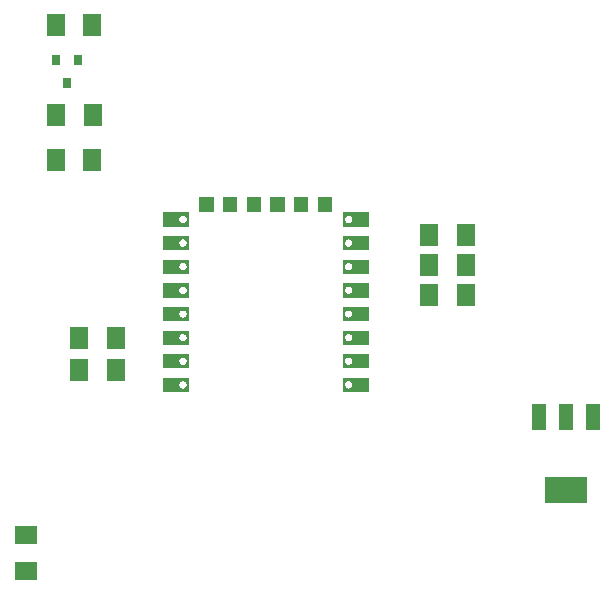
<source format=gbp>
G04 MADE WITH FRITZING*
G04 WWW.FRITZING.ORG*
G04 DOUBLE SIDED*
G04 HOLES PLATED*
G04 CONTOUR ON CENTER OF CONTOUR VECTOR*
%ASAXBY*%
%FSLAX23Y23*%
%MOIN*%
%OFA0B0*%
%SFA1.0B1.0*%
%ADD10R,0.062992X0.074803*%
%ADD11R,0.031496X0.035433*%
%ADD12R,0.074803X0.062992*%
%ADD13R,0.048000X0.088000*%
%ADD14R,0.141732X0.086614*%
%ADD15R,0.001000X0.001000*%
%LNPASTEMASK0*%
G90*
G70*
G54D10*
X556Y1733D03*
X434Y1733D03*
X554Y2033D03*
X432Y2033D03*
G54D11*
X432Y1916D03*
X507Y1916D03*
X470Y1838D03*
G54D10*
X1799Y1133D03*
X1677Y1133D03*
X510Y883D03*
X632Y883D03*
X1677Y1233D03*
X1799Y1233D03*
X1799Y1333D03*
X1677Y1333D03*
G54D12*
X332Y333D03*
X332Y211D03*
G54D10*
X554Y1583D03*
X432Y1583D03*
X510Y988D03*
X632Y988D03*
G54D13*
X2041Y727D03*
X2132Y727D03*
X2223Y727D03*
G54D14*
X2132Y483D03*
G54D15*
X912Y1459D02*
X957Y1459D01*
X990Y1459D02*
X1036Y1459D01*
X1069Y1459D02*
X1115Y1459D01*
X1148Y1459D02*
X1193Y1459D01*
X1226Y1459D02*
X1272Y1459D01*
X1305Y1459D02*
X1351Y1459D01*
X911Y1458D02*
X957Y1458D01*
X990Y1458D02*
X1036Y1458D01*
X1069Y1458D02*
X1115Y1458D01*
X1147Y1458D02*
X1194Y1458D01*
X1226Y1458D02*
X1272Y1458D01*
X1305Y1458D02*
X1351Y1458D01*
X911Y1457D02*
X957Y1457D01*
X990Y1457D02*
X1036Y1457D01*
X1069Y1457D02*
X1115Y1457D01*
X1147Y1457D02*
X1194Y1457D01*
X1226Y1457D02*
X1272Y1457D01*
X1305Y1457D02*
X1351Y1457D01*
X911Y1456D02*
X957Y1456D01*
X990Y1456D02*
X1036Y1456D01*
X1069Y1456D02*
X1115Y1456D01*
X1147Y1456D02*
X1194Y1456D01*
X1226Y1456D02*
X1272Y1456D01*
X1305Y1456D02*
X1351Y1456D01*
X911Y1455D02*
X957Y1455D01*
X990Y1455D02*
X1036Y1455D01*
X1069Y1455D02*
X1115Y1455D01*
X1147Y1455D02*
X1194Y1455D01*
X1226Y1455D02*
X1272Y1455D01*
X1305Y1455D02*
X1351Y1455D01*
X911Y1454D02*
X957Y1454D01*
X990Y1454D02*
X1036Y1454D01*
X1069Y1454D02*
X1115Y1454D01*
X1147Y1454D02*
X1194Y1454D01*
X1226Y1454D02*
X1272Y1454D01*
X1305Y1454D02*
X1351Y1454D01*
X911Y1453D02*
X957Y1453D01*
X990Y1453D02*
X1036Y1453D01*
X1069Y1453D02*
X1115Y1453D01*
X1147Y1453D02*
X1194Y1453D01*
X1226Y1453D02*
X1272Y1453D01*
X1305Y1453D02*
X1351Y1453D01*
X911Y1452D02*
X957Y1452D01*
X990Y1452D02*
X1036Y1452D01*
X1069Y1452D02*
X1115Y1452D01*
X1147Y1452D02*
X1194Y1452D01*
X1226Y1452D02*
X1272Y1452D01*
X1305Y1452D02*
X1351Y1452D01*
X911Y1451D02*
X957Y1451D01*
X990Y1451D02*
X1036Y1451D01*
X1069Y1451D02*
X1115Y1451D01*
X1147Y1451D02*
X1194Y1451D01*
X1226Y1451D02*
X1272Y1451D01*
X1305Y1451D02*
X1351Y1451D01*
X911Y1450D02*
X957Y1450D01*
X990Y1450D02*
X1036Y1450D01*
X1069Y1450D02*
X1115Y1450D01*
X1147Y1450D02*
X1194Y1450D01*
X1226Y1450D02*
X1272Y1450D01*
X1305Y1450D02*
X1351Y1450D01*
X911Y1449D02*
X957Y1449D01*
X990Y1449D02*
X1036Y1449D01*
X1069Y1449D02*
X1115Y1449D01*
X1147Y1449D02*
X1194Y1449D01*
X1226Y1449D02*
X1272Y1449D01*
X1305Y1449D02*
X1351Y1449D01*
X911Y1448D02*
X957Y1448D01*
X990Y1448D02*
X1036Y1448D01*
X1069Y1448D02*
X1115Y1448D01*
X1147Y1448D02*
X1194Y1448D01*
X1226Y1448D02*
X1272Y1448D01*
X1305Y1448D02*
X1351Y1448D01*
X911Y1447D02*
X957Y1447D01*
X990Y1447D02*
X1036Y1447D01*
X1069Y1447D02*
X1115Y1447D01*
X1147Y1447D02*
X1194Y1447D01*
X1226Y1447D02*
X1272Y1447D01*
X1305Y1447D02*
X1351Y1447D01*
X911Y1446D02*
X957Y1446D01*
X990Y1446D02*
X1036Y1446D01*
X1069Y1446D02*
X1115Y1446D01*
X1147Y1446D02*
X1194Y1446D01*
X1226Y1446D02*
X1272Y1446D01*
X1305Y1446D02*
X1351Y1446D01*
X911Y1445D02*
X957Y1445D01*
X990Y1445D02*
X1036Y1445D01*
X1069Y1445D02*
X1115Y1445D01*
X1147Y1445D02*
X1194Y1445D01*
X1226Y1445D02*
X1272Y1445D01*
X1305Y1445D02*
X1351Y1445D01*
X911Y1444D02*
X957Y1444D01*
X990Y1444D02*
X1036Y1444D01*
X1069Y1444D02*
X1115Y1444D01*
X1147Y1444D02*
X1194Y1444D01*
X1226Y1444D02*
X1272Y1444D01*
X1305Y1444D02*
X1351Y1444D01*
X911Y1443D02*
X957Y1443D01*
X990Y1443D02*
X1036Y1443D01*
X1069Y1443D02*
X1115Y1443D01*
X1147Y1443D02*
X1194Y1443D01*
X1226Y1443D02*
X1272Y1443D01*
X1305Y1443D02*
X1351Y1443D01*
X911Y1442D02*
X957Y1442D01*
X990Y1442D02*
X1036Y1442D01*
X1069Y1442D02*
X1115Y1442D01*
X1147Y1442D02*
X1194Y1442D01*
X1226Y1442D02*
X1272Y1442D01*
X1305Y1442D02*
X1351Y1442D01*
X911Y1441D02*
X957Y1441D01*
X990Y1441D02*
X1036Y1441D01*
X1069Y1441D02*
X1115Y1441D01*
X1147Y1441D02*
X1194Y1441D01*
X1226Y1441D02*
X1272Y1441D01*
X1305Y1441D02*
X1351Y1441D01*
X911Y1440D02*
X957Y1440D01*
X990Y1440D02*
X1036Y1440D01*
X1069Y1440D02*
X1115Y1440D01*
X1147Y1440D02*
X1194Y1440D01*
X1226Y1440D02*
X1272Y1440D01*
X1305Y1440D02*
X1351Y1440D01*
X911Y1439D02*
X957Y1439D01*
X990Y1439D02*
X1036Y1439D01*
X1069Y1439D02*
X1115Y1439D01*
X1147Y1439D02*
X1194Y1439D01*
X1226Y1439D02*
X1272Y1439D01*
X1305Y1439D02*
X1351Y1439D01*
X911Y1438D02*
X957Y1438D01*
X990Y1438D02*
X1036Y1438D01*
X1069Y1438D02*
X1115Y1438D01*
X1147Y1438D02*
X1194Y1438D01*
X1226Y1438D02*
X1272Y1438D01*
X1305Y1438D02*
X1351Y1438D01*
X911Y1437D02*
X957Y1437D01*
X990Y1437D02*
X1036Y1437D01*
X1069Y1437D02*
X1115Y1437D01*
X1147Y1437D02*
X1194Y1437D01*
X1226Y1437D02*
X1272Y1437D01*
X1305Y1437D02*
X1351Y1437D01*
X911Y1436D02*
X957Y1436D01*
X990Y1436D02*
X1036Y1436D01*
X1069Y1436D02*
X1115Y1436D01*
X1147Y1436D02*
X1194Y1436D01*
X1226Y1436D02*
X1272Y1436D01*
X1305Y1436D02*
X1351Y1436D01*
X911Y1435D02*
X957Y1435D01*
X990Y1435D02*
X1036Y1435D01*
X1069Y1435D02*
X1115Y1435D01*
X1147Y1435D02*
X1194Y1435D01*
X1226Y1435D02*
X1272Y1435D01*
X1305Y1435D02*
X1351Y1435D01*
X911Y1434D02*
X957Y1434D01*
X990Y1434D02*
X1036Y1434D01*
X1069Y1434D02*
X1115Y1434D01*
X1147Y1434D02*
X1194Y1434D01*
X1226Y1434D02*
X1272Y1434D01*
X1305Y1434D02*
X1351Y1434D01*
X911Y1433D02*
X957Y1433D01*
X990Y1433D02*
X1036Y1433D01*
X1069Y1433D02*
X1115Y1433D01*
X1147Y1433D02*
X1194Y1433D01*
X1226Y1433D02*
X1272Y1433D01*
X1305Y1433D02*
X1351Y1433D01*
X911Y1432D02*
X957Y1432D01*
X990Y1432D02*
X1036Y1432D01*
X1069Y1432D02*
X1115Y1432D01*
X1147Y1432D02*
X1194Y1432D01*
X1226Y1432D02*
X1272Y1432D01*
X1305Y1432D02*
X1351Y1432D01*
X911Y1431D02*
X957Y1431D01*
X990Y1431D02*
X1036Y1431D01*
X1069Y1431D02*
X1115Y1431D01*
X1147Y1431D02*
X1194Y1431D01*
X1226Y1431D02*
X1272Y1431D01*
X1305Y1431D02*
X1351Y1431D01*
X911Y1430D02*
X957Y1430D01*
X990Y1430D02*
X1036Y1430D01*
X1069Y1430D02*
X1115Y1430D01*
X1147Y1430D02*
X1194Y1430D01*
X1226Y1430D02*
X1272Y1430D01*
X1305Y1430D02*
X1351Y1430D01*
X911Y1429D02*
X957Y1429D01*
X990Y1429D02*
X1036Y1429D01*
X1069Y1429D02*
X1115Y1429D01*
X1147Y1429D02*
X1194Y1429D01*
X1226Y1429D02*
X1272Y1429D01*
X1305Y1429D02*
X1351Y1429D01*
X911Y1428D02*
X957Y1428D01*
X990Y1428D02*
X1036Y1428D01*
X1069Y1428D02*
X1115Y1428D01*
X1147Y1428D02*
X1194Y1428D01*
X1226Y1428D02*
X1272Y1428D01*
X1305Y1428D02*
X1351Y1428D01*
X911Y1427D02*
X957Y1427D01*
X990Y1427D02*
X1036Y1427D01*
X1069Y1427D02*
X1115Y1427D01*
X1147Y1427D02*
X1194Y1427D01*
X1226Y1427D02*
X1272Y1427D01*
X1305Y1427D02*
X1351Y1427D01*
X911Y1426D02*
X957Y1426D01*
X990Y1426D02*
X1036Y1426D01*
X1069Y1426D02*
X1115Y1426D01*
X1147Y1426D02*
X1194Y1426D01*
X1226Y1426D02*
X1272Y1426D01*
X1305Y1426D02*
X1351Y1426D01*
X911Y1425D02*
X957Y1425D01*
X990Y1425D02*
X1036Y1425D01*
X1069Y1425D02*
X1115Y1425D01*
X1147Y1425D02*
X1194Y1425D01*
X1226Y1425D02*
X1272Y1425D01*
X1305Y1425D02*
X1351Y1425D01*
X911Y1424D02*
X957Y1424D01*
X990Y1424D02*
X1036Y1424D01*
X1069Y1424D02*
X1115Y1424D01*
X1147Y1424D02*
X1194Y1424D01*
X1226Y1424D02*
X1272Y1424D01*
X1305Y1424D02*
X1351Y1424D01*
X911Y1423D02*
X957Y1423D01*
X990Y1423D02*
X1036Y1423D01*
X1069Y1423D02*
X1115Y1423D01*
X1147Y1423D02*
X1194Y1423D01*
X1226Y1423D02*
X1272Y1423D01*
X1305Y1423D02*
X1351Y1423D01*
X911Y1422D02*
X957Y1422D01*
X990Y1422D02*
X1036Y1422D01*
X1069Y1422D02*
X1115Y1422D01*
X1147Y1422D02*
X1194Y1422D01*
X1226Y1422D02*
X1272Y1422D01*
X1305Y1422D02*
X1351Y1422D01*
X911Y1421D02*
X957Y1421D01*
X990Y1421D02*
X1036Y1421D01*
X1069Y1421D02*
X1115Y1421D01*
X1147Y1421D02*
X1194Y1421D01*
X1226Y1421D02*
X1272Y1421D01*
X1305Y1421D02*
X1351Y1421D01*
X911Y1420D02*
X957Y1420D01*
X990Y1420D02*
X1036Y1420D01*
X1069Y1420D02*
X1115Y1420D01*
X1147Y1420D02*
X1194Y1420D01*
X1226Y1420D02*
X1272Y1420D01*
X1305Y1420D02*
X1351Y1420D01*
X911Y1419D02*
X957Y1419D01*
X990Y1419D02*
X1036Y1419D01*
X1069Y1419D02*
X1115Y1419D01*
X1147Y1419D02*
X1194Y1419D01*
X1226Y1419D02*
X1272Y1419D01*
X1305Y1419D02*
X1351Y1419D01*
X911Y1418D02*
X957Y1418D01*
X990Y1418D02*
X1036Y1418D01*
X1069Y1418D02*
X1115Y1418D01*
X1147Y1418D02*
X1194Y1418D01*
X1226Y1418D02*
X1272Y1418D01*
X1305Y1418D02*
X1351Y1418D01*
X911Y1417D02*
X957Y1417D01*
X990Y1417D02*
X1036Y1417D01*
X1069Y1417D02*
X1115Y1417D01*
X1147Y1417D02*
X1194Y1417D01*
X1226Y1417D02*
X1272Y1417D01*
X1305Y1417D02*
X1351Y1417D01*
X911Y1416D02*
X957Y1416D01*
X990Y1416D02*
X1036Y1416D01*
X1069Y1416D02*
X1115Y1416D01*
X1147Y1416D02*
X1194Y1416D01*
X1226Y1416D02*
X1272Y1416D01*
X1305Y1416D02*
X1351Y1416D01*
X911Y1415D02*
X957Y1415D01*
X990Y1415D02*
X1036Y1415D01*
X1069Y1415D02*
X1115Y1415D01*
X1147Y1415D02*
X1194Y1415D01*
X1226Y1415D02*
X1272Y1415D01*
X1305Y1415D02*
X1351Y1415D01*
X911Y1414D02*
X957Y1414D01*
X990Y1414D02*
X1036Y1414D01*
X1069Y1414D02*
X1115Y1414D01*
X1147Y1414D02*
X1194Y1414D01*
X1226Y1414D02*
X1272Y1414D01*
X1305Y1414D02*
X1351Y1414D01*
X911Y1413D02*
X957Y1413D01*
X990Y1413D02*
X1036Y1413D01*
X1069Y1413D02*
X1115Y1413D01*
X1147Y1413D02*
X1194Y1413D01*
X1226Y1413D02*
X1272Y1413D01*
X1305Y1413D02*
X1351Y1413D01*
X911Y1412D02*
X957Y1412D01*
X990Y1412D02*
X1036Y1412D01*
X1069Y1412D02*
X1115Y1412D01*
X1147Y1412D02*
X1194Y1412D01*
X1226Y1412D02*
X1272Y1412D01*
X1305Y1412D02*
X1351Y1412D01*
X911Y1411D02*
X957Y1411D01*
X990Y1411D02*
X1036Y1411D01*
X1069Y1411D02*
X1115Y1411D01*
X1147Y1411D02*
X1194Y1411D01*
X1226Y1411D02*
X1272Y1411D01*
X1305Y1411D02*
X1351Y1411D01*
X911Y1410D02*
X957Y1410D01*
X990Y1410D02*
X1036Y1410D01*
X1069Y1410D02*
X1115Y1410D01*
X1147Y1410D02*
X1194Y1410D01*
X1226Y1410D02*
X1272Y1410D01*
X1305Y1410D02*
X1351Y1410D01*
X911Y1409D02*
X957Y1409D01*
X990Y1409D02*
X1036Y1409D01*
X1069Y1409D02*
X1115Y1409D01*
X1147Y1409D02*
X1194Y1409D01*
X1226Y1409D02*
X1272Y1409D01*
X1305Y1409D02*
X1351Y1409D01*
X911Y1408D02*
X957Y1408D01*
X990Y1408D02*
X1036Y1408D01*
X1069Y1408D02*
X1115Y1408D01*
X1147Y1408D02*
X1194Y1408D01*
X1226Y1408D02*
X1272Y1408D01*
X1305Y1408D02*
X1351Y1408D01*
X788Y1407D02*
X875Y1407D01*
X1388Y1407D02*
X1475Y1407D01*
X788Y1406D02*
X875Y1406D01*
X1388Y1406D02*
X1475Y1406D01*
X788Y1405D02*
X875Y1405D01*
X1388Y1405D02*
X1475Y1405D01*
X788Y1404D02*
X875Y1404D01*
X1388Y1404D02*
X1475Y1404D01*
X788Y1403D02*
X875Y1403D01*
X1388Y1403D02*
X1475Y1403D01*
X788Y1402D02*
X875Y1402D01*
X1388Y1402D02*
X1475Y1402D01*
X788Y1401D02*
X875Y1401D01*
X1388Y1401D02*
X1475Y1401D01*
X788Y1400D02*
X875Y1400D01*
X1388Y1400D02*
X1475Y1400D01*
X788Y1399D02*
X875Y1399D01*
X1388Y1399D02*
X1475Y1399D01*
X788Y1398D02*
X875Y1398D01*
X1388Y1398D02*
X1475Y1398D01*
X788Y1397D02*
X875Y1397D01*
X1388Y1397D02*
X1475Y1397D01*
X788Y1396D02*
X875Y1396D01*
X1388Y1396D02*
X1475Y1396D01*
X788Y1395D02*
X850Y1395D01*
X861Y1395D02*
X875Y1395D01*
X1388Y1395D02*
X1403Y1395D01*
X1413Y1395D02*
X1475Y1395D01*
X788Y1394D02*
X848Y1394D01*
X862Y1394D02*
X875Y1394D01*
X1388Y1394D02*
X1401Y1394D01*
X1415Y1394D02*
X1475Y1394D01*
X788Y1393D02*
X847Y1393D01*
X864Y1393D02*
X875Y1393D01*
X1388Y1393D02*
X1399Y1393D01*
X1416Y1393D02*
X1475Y1393D01*
X788Y1392D02*
X846Y1392D01*
X865Y1392D02*
X875Y1392D01*
X1388Y1392D02*
X1398Y1392D01*
X1417Y1392D02*
X1475Y1392D01*
X788Y1391D02*
X845Y1391D01*
X866Y1391D02*
X875Y1391D01*
X1388Y1391D02*
X1397Y1391D01*
X1418Y1391D02*
X1475Y1391D01*
X788Y1390D02*
X845Y1390D01*
X866Y1390D02*
X875Y1390D01*
X1388Y1390D02*
X1397Y1390D01*
X1419Y1390D02*
X1475Y1390D01*
X788Y1389D02*
X844Y1389D01*
X867Y1389D02*
X875Y1389D01*
X1388Y1389D02*
X1396Y1389D01*
X1419Y1389D02*
X1475Y1389D01*
X788Y1388D02*
X844Y1388D01*
X867Y1388D02*
X875Y1388D01*
X1388Y1388D02*
X1396Y1388D01*
X1420Y1388D02*
X1475Y1388D01*
X788Y1387D02*
X843Y1387D01*
X868Y1387D02*
X875Y1387D01*
X1388Y1387D02*
X1396Y1387D01*
X1420Y1387D02*
X1475Y1387D01*
X788Y1386D02*
X843Y1386D01*
X868Y1386D02*
X875Y1386D01*
X1388Y1386D02*
X1395Y1386D01*
X1420Y1386D02*
X1475Y1386D01*
X788Y1385D02*
X843Y1385D01*
X868Y1385D02*
X875Y1385D01*
X1388Y1385D02*
X1395Y1385D01*
X1420Y1385D02*
X1475Y1385D01*
X788Y1384D02*
X843Y1384D01*
X868Y1384D02*
X875Y1384D01*
X1388Y1384D02*
X1395Y1384D01*
X1420Y1384D02*
X1475Y1384D01*
X788Y1383D02*
X843Y1383D01*
X868Y1383D02*
X875Y1383D01*
X1388Y1383D02*
X1395Y1383D01*
X1420Y1383D02*
X1475Y1383D01*
X788Y1382D02*
X843Y1382D01*
X868Y1382D02*
X875Y1382D01*
X1388Y1382D02*
X1395Y1382D01*
X1420Y1382D02*
X1475Y1382D01*
X788Y1381D02*
X843Y1381D01*
X868Y1381D02*
X875Y1381D01*
X1388Y1381D02*
X1395Y1381D01*
X1420Y1381D02*
X1475Y1381D01*
X788Y1380D02*
X843Y1380D01*
X867Y1380D02*
X875Y1380D01*
X1388Y1380D02*
X1396Y1380D01*
X1420Y1380D02*
X1475Y1380D01*
X788Y1379D02*
X844Y1379D01*
X867Y1379D02*
X875Y1379D01*
X1388Y1379D02*
X1396Y1379D01*
X1419Y1379D02*
X1475Y1379D01*
X788Y1378D02*
X844Y1378D01*
X867Y1378D02*
X875Y1378D01*
X1388Y1378D02*
X1397Y1378D01*
X1419Y1378D02*
X1475Y1378D01*
X788Y1377D02*
X845Y1377D01*
X866Y1377D02*
X875Y1377D01*
X1388Y1377D02*
X1397Y1377D01*
X1418Y1377D02*
X1475Y1377D01*
X788Y1376D02*
X846Y1376D01*
X865Y1376D02*
X875Y1376D01*
X1388Y1376D02*
X1398Y1376D01*
X1417Y1376D02*
X1475Y1376D01*
X788Y1375D02*
X847Y1375D01*
X864Y1375D02*
X875Y1375D01*
X1388Y1375D02*
X1399Y1375D01*
X1417Y1375D02*
X1475Y1375D01*
X788Y1374D02*
X848Y1374D01*
X863Y1374D02*
X875Y1374D01*
X1388Y1374D02*
X1400Y1374D01*
X1415Y1374D02*
X1475Y1374D01*
X788Y1373D02*
X849Y1373D01*
X861Y1373D02*
X875Y1373D01*
X1388Y1373D02*
X1402Y1373D01*
X1414Y1373D02*
X1475Y1373D01*
X788Y1372D02*
X852Y1372D01*
X859Y1372D02*
X875Y1372D01*
X1388Y1372D02*
X1404Y1372D01*
X1411Y1372D02*
X1475Y1372D01*
X788Y1371D02*
X875Y1371D01*
X1388Y1371D02*
X1475Y1371D01*
X788Y1370D02*
X875Y1370D01*
X1388Y1370D02*
X1475Y1370D01*
X788Y1369D02*
X875Y1369D01*
X1388Y1369D02*
X1475Y1369D01*
X788Y1368D02*
X875Y1368D01*
X1388Y1368D02*
X1475Y1368D01*
X788Y1367D02*
X875Y1367D01*
X1388Y1367D02*
X1475Y1367D01*
X788Y1366D02*
X875Y1366D01*
X1388Y1366D02*
X1475Y1366D01*
X788Y1365D02*
X875Y1365D01*
X1388Y1365D02*
X1475Y1365D01*
X788Y1364D02*
X875Y1364D01*
X1388Y1364D02*
X1475Y1364D01*
X788Y1363D02*
X875Y1363D01*
X1388Y1363D02*
X1475Y1363D01*
X788Y1362D02*
X875Y1362D01*
X1388Y1362D02*
X1475Y1362D01*
X788Y1361D02*
X875Y1361D01*
X1388Y1361D02*
X1475Y1361D01*
X788Y1328D02*
X875Y1328D01*
X1388Y1328D02*
X1475Y1328D01*
X788Y1327D02*
X875Y1327D01*
X1388Y1327D02*
X1475Y1327D01*
X788Y1326D02*
X875Y1326D01*
X1388Y1326D02*
X1475Y1326D01*
X788Y1325D02*
X875Y1325D01*
X1388Y1325D02*
X1475Y1325D01*
X788Y1324D02*
X875Y1324D01*
X1388Y1324D02*
X1475Y1324D01*
X788Y1323D02*
X875Y1323D01*
X1388Y1323D02*
X1475Y1323D01*
X788Y1322D02*
X875Y1322D01*
X1388Y1322D02*
X1475Y1322D01*
X788Y1321D02*
X875Y1321D01*
X1388Y1321D02*
X1475Y1321D01*
X788Y1320D02*
X875Y1320D01*
X1388Y1320D02*
X1475Y1320D01*
X788Y1319D02*
X875Y1319D01*
X1388Y1319D02*
X1475Y1319D01*
X788Y1318D02*
X875Y1318D01*
X1388Y1318D02*
X1475Y1318D01*
X788Y1317D02*
X853Y1317D01*
X858Y1317D02*
X875Y1317D01*
X1388Y1317D02*
X1405Y1317D01*
X1410Y1317D02*
X1475Y1317D01*
X788Y1316D02*
X850Y1316D01*
X861Y1316D02*
X875Y1316D01*
X1388Y1316D02*
X1402Y1316D01*
X1413Y1316D02*
X1475Y1316D01*
X788Y1315D02*
X848Y1315D01*
X863Y1315D02*
X875Y1315D01*
X1388Y1315D02*
X1400Y1315D01*
X1415Y1315D02*
X1475Y1315D01*
X788Y1314D02*
X847Y1314D01*
X864Y1314D02*
X875Y1314D01*
X1388Y1314D02*
X1399Y1314D01*
X1416Y1314D02*
X1475Y1314D01*
X788Y1313D02*
X846Y1313D01*
X865Y1313D02*
X875Y1313D01*
X1388Y1313D02*
X1398Y1313D01*
X1417Y1313D02*
X1475Y1313D01*
X788Y1312D02*
X845Y1312D01*
X866Y1312D02*
X875Y1312D01*
X1388Y1312D02*
X1397Y1312D01*
X1418Y1312D02*
X1475Y1312D01*
X788Y1311D02*
X844Y1311D01*
X866Y1311D02*
X875Y1311D01*
X1388Y1311D02*
X1397Y1311D01*
X1419Y1311D02*
X1475Y1311D01*
X788Y1310D02*
X844Y1310D01*
X867Y1310D02*
X875Y1310D01*
X1388Y1310D02*
X1396Y1310D01*
X1419Y1310D02*
X1475Y1310D01*
X788Y1309D02*
X844Y1309D01*
X867Y1309D02*
X875Y1309D01*
X1388Y1309D02*
X1396Y1309D01*
X1420Y1309D02*
X1475Y1309D01*
X788Y1308D02*
X843Y1308D01*
X868Y1308D02*
X875Y1308D01*
X1388Y1308D02*
X1395Y1308D01*
X1420Y1308D02*
X1475Y1308D01*
X788Y1307D02*
X843Y1307D01*
X868Y1307D02*
X875Y1307D01*
X1388Y1307D02*
X1395Y1307D01*
X1420Y1307D02*
X1475Y1307D01*
X788Y1306D02*
X843Y1306D01*
X868Y1306D02*
X875Y1306D01*
X1388Y1306D02*
X1395Y1306D01*
X1420Y1306D02*
X1475Y1306D01*
X788Y1305D02*
X843Y1305D01*
X868Y1305D02*
X875Y1305D01*
X1388Y1305D02*
X1395Y1305D01*
X1420Y1305D02*
X1475Y1305D01*
X788Y1304D02*
X843Y1304D01*
X868Y1304D02*
X875Y1304D01*
X1388Y1304D02*
X1395Y1304D01*
X1420Y1304D02*
X1475Y1304D01*
X788Y1303D02*
X843Y1303D01*
X868Y1303D02*
X875Y1303D01*
X1388Y1303D02*
X1395Y1303D01*
X1420Y1303D02*
X1475Y1303D01*
X788Y1302D02*
X843Y1302D01*
X868Y1302D02*
X875Y1302D01*
X1388Y1302D02*
X1395Y1302D01*
X1420Y1302D02*
X1475Y1302D01*
X788Y1301D02*
X844Y1301D01*
X867Y1301D02*
X875Y1301D01*
X1388Y1301D02*
X1396Y1301D01*
X1420Y1301D02*
X1475Y1301D01*
X788Y1300D02*
X844Y1300D01*
X867Y1300D02*
X875Y1300D01*
X1388Y1300D02*
X1396Y1300D01*
X1419Y1300D02*
X1475Y1300D01*
X788Y1299D02*
X844Y1299D01*
X866Y1299D02*
X875Y1299D01*
X1388Y1299D02*
X1397Y1299D01*
X1419Y1299D02*
X1475Y1299D01*
X788Y1298D02*
X845Y1298D01*
X866Y1298D02*
X875Y1298D01*
X1388Y1298D02*
X1397Y1298D01*
X1418Y1298D02*
X1475Y1298D01*
X788Y1297D02*
X846Y1297D01*
X865Y1297D02*
X875Y1297D01*
X1388Y1297D02*
X1398Y1297D01*
X1417Y1297D02*
X1475Y1297D01*
X788Y1296D02*
X847Y1296D01*
X864Y1296D02*
X875Y1296D01*
X1388Y1296D02*
X1399Y1296D01*
X1416Y1296D02*
X1475Y1296D01*
X788Y1295D02*
X848Y1295D01*
X863Y1295D02*
X875Y1295D01*
X1388Y1295D02*
X1400Y1295D01*
X1415Y1295D02*
X1475Y1295D01*
X788Y1294D02*
X850Y1294D01*
X861Y1294D02*
X875Y1294D01*
X1388Y1294D02*
X1402Y1294D01*
X1413Y1294D02*
X1475Y1294D01*
X788Y1293D02*
X854Y1293D01*
X857Y1293D02*
X875Y1293D01*
X1388Y1293D02*
X1406Y1293D01*
X1409Y1293D02*
X1475Y1293D01*
X788Y1292D02*
X875Y1292D01*
X1388Y1292D02*
X1475Y1292D01*
X788Y1291D02*
X875Y1291D01*
X1388Y1291D02*
X1475Y1291D01*
X788Y1290D02*
X875Y1290D01*
X1388Y1290D02*
X1475Y1290D01*
X788Y1289D02*
X875Y1289D01*
X1388Y1289D02*
X1475Y1289D01*
X788Y1288D02*
X875Y1288D01*
X1388Y1288D02*
X1475Y1288D01*
X788Y1287D02*
X875Y1287D01*
X1388Y1287D02*
X1475Y1287D01*
X788Y1286D02*
X875Y1286D01*
X1388Y1286D02*
X1475Y1286D01*
X788Y1285D02*
X875Y1285D01*
X1388Y1285D02*
X1475Y1285D01*
X788Y1284D02*
X875Y1284D01*
X1388Y1284D02*
X1475Y1284D01*
X788Y1283D02*
X875Y1283D01*
X1388Y1283D02*
X1475Y1283D01*
X788Y1282D02*
X875Y1282D01*
X1388Y1282D02*
X1475Y1282D01*
X788Y1249D02*
X875Y1249D01*
X1388Y1249D02*
X1475Y1249D01*
X788Y1248D02*
X875Y1248D01*
X1388Y1248D02*
X1475Y1248D01*
X788Y1247D02*
X875Y1247D01*
X1388Y1247D02*
X1475Y1247D01*
X788Y1246D02*
X875Y1246D01*
X1388Y1246D02*
X1475Y1246D01*
X788Y1245D02*
X875Y1245D01*
X1388Y1245D02*
X1475Y1245D01*
X788Y1244D02*
X875Y1244D01*
X1388Y1244D02*
X1475Y1244D01*
X788Y1243D02*
X875Y1243D01*
X1388Y1243D02*
X1475Y1243D01*
X788Y1242D02*
X875Y1242D01*
X1388Y1242D02*
X1475Y1242D01*
X788Y1241D02*
X875Y1241D01*
X1388Y1241D02*
X1475Y1241D01*
X788Y1240D02*
X875Y1240D01*
X1388Y1240D02*
X1475Y1240D01*
X788Y1239D02*
X875Y1239D01*
X1388Y1239D02*
X1475Y1239D01*
X788Y1238D02*
X852Y1238D01*
X859Y1238D02*
X875Y1238D01*
X1388Y1238D02*
X1404Y1238D01*
X1411Y1238D02*
X1475Y1238D01*
X788Y1237D02*
X849Y1237D01*
X862Y1237D02*
X875Y1237D01*
X1388Y1237D02*
X1402Y1237D01*
X1414Y1237D02*
X1475Y1237D01*
X788Y1236D02*
X848Y1236D01*
X863Y1236D02*
X875Y1236D01*
X1388Y1236D02*
X1400Y1236D01*
X1415Y1236D02*
X1475Y1236D01*
X788Y1235D02*
X847Y1235D01*
X864Y1235D02*
X875Y1235D01*
X1388Y1235D02*
X1399Y1235D01*
X1417Y1235D02*
X1475Y1235D01*
X788Y1234D02*
X846Y1234D01*
X865Y1234D02*
X875Y1234D01*
X1388Y1234D02*
X1398Y1234D01*
X1418Y1234D02*
X1475Y1234D01*
X788Y1233D02*
X845Y1233D01*
X866Y1233D02*
X875Y1233D01*
X1388Y1233D02*
X1397Y1233D01*
X1418Y1233D02*
X1475Y1233D01*
X788Y1232D02*
X844Y1232D01*
X867Y1232D02*
X875Y1232D01*
X1388Y1232D02*
X1397Y1232D01*
X1419Y1232D02*
X1475Y1232D01*
X788Y1231D02*
X844Y1231D01*
X867Y1231D02*
X875Y1231D01*
X1388Y1231D02*
X1396Y1231D01*
X1419Y1231D02*
X1475Y1231D01*
X788Y1230D02*
X843Y1230D01*
X867Y1230D02*
X875Y1230D01*
X1388Y1230D02*
X1396Y1230D01*
X1420Y1230D02*
X1475Y1230D01*
X788Y1229D02*
X843Y1229D01*
X868Y1229D02*
X875Y1229D01*
X1388Y1229D02*
X1395Y1229D01*
X1420Y1229D02*
X1475Y1229D01*
X788Y1228D02*
X843Y1228D01*
X868Y1228D02*
X875Y1228D01*
X1388Y1228D02*
X1395Y1228D01*
X1420Y1228D02*
X1475Y1228D01*
X788Y1227D02*
X843Y1227D01*
X868Y1227D02*
X875Y1227D01*
X1388Y1227D02*
X1395Y1227D01*
X1420Y1227D02*
X1475Y1227D01*
X788Y1226D02*
X843Y1226D01*
X868Y1226D02*
X875Y1226D01*
X1388Y1226D02*
X1395Y1226D01*
X1420Y1226D02*
X1475Y1226D01*
X788Y1225D02*
X843Y1225D01*
X868Y1225D02*
X875Y1225D01*
X1388Y1225D02*
X1395Y1225D01*
X1420Y1225D02*
X1475Y1225D01*
X788Y1224D02*
X843Y1224D01*
X868Y1224D02*
X875Y1224D01*
X1388Y1224D02*
X1395Y1224D01*
X1420Y1224D02*
X1475Y1224D01*
X788Y1223D02*
X843Y1223D01*
X868Y1223D02*
X875Y1223D01*
X1388Y1223D02*
X1396Y1223D01*
X1420Y1223D02*
X1475Y1223D01*
X788Y1222D02*
X844Y1222D01*
X867Y1222D02*
X875Y1222D01*
X1388Y1222D02*
X1396Y1222D01*
X1420Y1222D02*
X1475Y1222D01*
X788Y1221D02*
X844Y1221D01*
X867Y1221D02*
X875Y1221D01*
X1388Y1221D02*
X1396Y1221D01*
X1419Y1221D02*
X1475Y1221D01*
X788Y1220D02*
X845Y1220D01*
X866Y1220D02*
X875Y1220D01*
X1388Y1220D02*
X1397Y1220D01*
X1419Y1220D02*
X1475Y1220D01*
X788Y1219D02*
X845Y1219D01*
X866Y1219D02*
X875Y1219D01*
X1388Y1219D02*
X1398Y1219D01*
X1418Y1219D02*
X1475Y1219D01*
X788Y1218D02*
X846Y1218D01*
X865Y1218D02*
X875Y1218D01*
X1388Y1218D02*
X1398Y1218D01*
X1417Y1218D02*
X1475Y1218D01*
X788Y1217D02*
X847Y1217D01*
X864Y1217D02*
X875Y1217D01*
X1388Y1217D02*
X1399Y1217D01*
X1416Y1217D02*
X1475Y1217D01*
X788Y1216D02*
X849Y1216D01*
X862Y1216D02*
X875Y1216D01*
X1388Y1216D02*
X1401Y1216D01*
X1415Y1216D02*
X1475Y1216D01*
X788Y1215D02*
X851Y1215D01*
X860Y1215D02*
X875Y1215D01*
X1388Y1215D02*
X1403Y1215D01*
X1413Y1215D02*
X1475Y1215D01*
X788Y1214D02*
X875Y1214D01*
X1388Y1214D02*
X1475Y1214D01*
X788Y1213D02*
X875Y1213D01*
X1388Y1213D02*
X1475Y1213D01*
X788Y1212D02*
X875Y1212D01*
X1388Y1212D02*
X1475Y1212D01*
X788Y1211D02*
X875Y1211D01*
X1388Y1211D02*
X1475Y1211D01*
X788Y1210D02*
X875Y1210D01*
X1388Y1210D02*
X1475Y1210D01*
X788Y1209D02*
X875Y1209D01*
X1388Y1209D02*
X1475Y1209D01*
X788Y1208D02*
X875Y1208D01*
X1388Y1208D02*
X1475Y1208D01*
X788Y1207D02*
X875Y1207D01*
X1388Y1207D02*
X1475Y1207D01*
X788Y1206D02*
X875Y1206D01*
X1388Y1206D02*
X1475Y1206D01*
X788Y1205D02*
X875Y1205D01*
X1388Y1205D02*
X1475Y1205D01*
X788Y1204D02*
X875Y1204D01*
X1388Y1204D02*
X1475Y1204D01*
X788Y1203D02*
X875Y1203D01*
X1388Y1203D02*
X1475Y1203D01*
X788Y1171D02*
X875Y1171D01*
X1388Y1171D02*
X1475Y1171D01*
X788Y1170D02*
X875Y1170D01*
X1388Y1170D02*
X1475Y1170D01*
X788Y1169D02*
X875Y1169D01*
X1388Y1169D02*
X1475Y1169D01*
X788Y1168D02*
X875Y1168D01*
X1388Y1168D02*
X1475Y1168D01*
X788Y1167D02*
X875Y1167D01*
X1388Y1167D02*
X1475Y1167D01*
X788Y1166D02*
X875Y1166D01*
X1388Y1166D02*
X1475Y1166D01*
X788Y1165D02*
X875Y1165D01*
X1388Y1165D02*
X1475Y1165D01*
X788Y1164D02*
X875Y1164D01*
X1388Y1164D02*
X1475Y1164D01*
X788Y1163D02*
X875Y1163D01*
X1388Y1163D02*
X1475Y1163D01*
X788Y1162D02*
X875Y1162D01*
X1388Y1162D02*
X1475Y1162D01*
X788Y1161D02*
X875Y1161D01*
X1388Y1161D02*
X1475Y1161D01*
X788Y1160D02*
X875Y1160D01*
X1388Y1160D02*
X1475Y1160D01*
X788Y1159D02*
X851Y1159D01*
X860Y1159D02*
X875Y1159D01*
X1388Y1159D02*
X1403Y1159D01*
X1412Y1159D02*
X1475Y1159D01*
X788Y1158D02*
X849Y1158D01*
X862Y1158D02*
X875Y1158D01*
X1388Y1158D02*
X1401Y1158D01*
X1414Y1158D02*
X1475Y1158D01*
X788Y1157D02*
X847Y1157D01*
X864Y1157D02*
X875Y1157D01*
X1388Y1157D02*
X1400Y1157D01*
X1416Y1157D02*
X1475Y1157D01*
X788Y1156D02*
X846Y1156D01*
X865Y1156D02*
X875Y1156D01*
X1388Y1156D02*
X1398Y1156D01*
X1417Y1156D02*
X1475Y1156D01*
X788Y1155D02*
X845Y1155D01*
X866Y1155D02*
X875Y1155D01*
X1388Y1155D02*
X1398Y1155D01*
X1418Y1155D02*
X1475Y1155D01*
X788Y1154D02*
X845Y1154D01*
X866Y1154D02*
X875Y1154D01*
X1388Y1154D02*
X1397Y1154D01*
X1418Y1154D02*
X1475Y1154D01*
X788Y1153D02*
X844Y1153D01*
X867Y1153D02*
X875Y1153D01*
X1388Y1153D02*
X1396Y1153D01*
X1419Y1153D02*
X1475Y1153D01*
X788Y1152D02*
X844Y1152D01*
X867Y1152D02*
X875Y1152D01*
X1388Y1152D02*
X1396Y1152D01*
X1419Y1152D02*
X1475Y1152D01*
X788Y1151D02*
X843Y1151D01*
X868Y1151D02*
X875Y1151D01*
X1388Y1151D02*
X1396Y1151D01*
X1420Y1151D02*
X1475Y1151D01*
X788Y1150D02*
X843Y1150D01*
X868Y1150D02*
X875Y1150D01*
X1388Y1150D02*
X1395Y1150D01*
X1420Y1150D02*
X1475Y1150D01*
X788Y1149D02*
X843Y1149D01*
X868Y1149D02*
X875Y1149D01*
X1388Y1149D02*
X1395Y1149D01*
X1420Y1149D02*
X1475Y1149D01*
X788Y1148D02*
X843Y1148D01*
X868Y1148D02*
X875Y1148D01*
X1388Y1148D02*
X1395Y1148D01*
X1420Y1148D02*
X1475Y1148D01*
X788Y1147D02*
X843Y1147D01*
X868Y1147D02*
X875Y1147D01*
X1388Y1147D02*
X1395Y1147D01*
X1420Y1147D02*
X1475Y1147D01*
X788Y1146D02*
X843Y1146D01*
X868Y1146D02*
X875Y1146D01*
X1388Y1146D02*
X1395Y1146D01*
X1420Y1146D02*
X1475Y1146D01*
X788Y1145D02*
X843Y1145D01*
X868Y1145D02*
X875Y1145D01*
X1388Y1145D02*
X1395Y1145D01*
X1420Y1145D02*
X1475Y1145D01*
X788Y1144D02*
X843Y1144D01*
X868Y1144D02*
X875Y1144D01*
X1388Y1144D02*
X1396Y1144D01*
X1420Y1144D02*
X1475Y1144D01*
X788Y1143D02*
X844Y1143D01*
X867Y1143D02*
X875Y1143D01*
X1388Y1143D02*
X1396Y1143D01*
X1419Y1143D02*
X1475Y1143D01*
X788Y1142D02*
X844Y1142D01*
X867Y1142D02*
X875Y1142D01*
X1388Y1142D02*
X1396Y1142D01*
X1419Y1142D02*
X1475Y1142D01*
X788Y1141D02*
X845Y1141D01*
X866Y1141D02*
X875Y1141D01*
X1388Y1141D02*
X1397Y1141D01*
X1418Y1141D02*
X1475Y1141D01*
X788Y1140D02*
X846Y1140D01*
X865Y1140D02*
X875Y1140D01*
X1388Y1140D02*
X1398Y1140D01*
X1418Y1140D02*
X1475Y1140D01*
X788Y1139D02*
X846Y1139D01*
X865Y1139D02*
X875Y1139D01*
X1388Y1139D02*
X1399Y1139D01*
X1417Y1139D02*
X1475Y1139D01*
X788Y1138D02*
X848Y1138D01*
X863Y1138D02*
X875Y1138D01*
X1388Y1138D02*
X1400Y1138D01*
X1416Y1138D02*
X1475Y1138D01*
X788Y1137D02*
X849Y1137D01*
X862Y1137D02*
X875Y1137D01*
X1388Y1137D02*
X1401Y1137D01*
X1414Y1137D02*
X1475Y1137D01*
X788Y1136D02*
X851Y1136D01*
X859Y1136D02*
X875Y1136D01*
X1388Y1136D02*
X1404Y1136D01*
X1412Y1136D02*
X1475Y1136D01*
X788Y1135D02*
X875Y1135D01*
X1388Y1135D02*
X1475Y1135D01*
X788Y1134D02*
X875Y1134D01*
X1388Y1134D02*
X1475Y1134D01*
X788Y1133D02*
X875Y1133D01*
X1388Y1133D02*
X1475Y1133D01*
X788Y1132D02*
X875Y1132D01*
X1388Y1132D02*
X1475Y1132D01*
X788Y1131D02*
X875Y1131D01*
X1388Y1131D02*
X1475Y1131D01*
X788Y1130D02*
X875Y1130D01*
X1388Y1130D02*
X1475Y1130D01*
X788Y1129D02*
X875Y1129D01*
X1388Y1129D02*
X1475Y1129D01*
X788Y1128D02*
X875Y1128D01*
X1388Y1128D02*
X1475Y1128D01*
X788Y1127D02*
X875Y1127D01*
X1388Y1127D02*
X1475Y1127D01*
X788Y1126D02*
X875Y1126D01*
X1388Y1126D02*
X1475Y1126D01*
X788Y1125D02*
X875Y1125D01*
X1388Y1125D02*
X1475Y1125D01*
X788Y1124D02*
X875Y1124D01*
X1388Y1124D02*
X1475Y1124D01*
X788Y1092D02*
X875Y1092D01*
X1388Y1092D02*
X1475Y1092D01*
X788Y1091D02*
X875Y1091D01*
X1388Y1091D02*
X1475Y1091D01*
X788Y1090D02*
X875Y1090D01*
X1388Y1090D02*
X1475Y1090D01*
X788Y1089D02*
X875Y1089D01*
X1388Y1089D02*
X1475Y1089D01*
X788Y1088D02*
X875Y1088D01*
X1388Y1088D02*
X1475Y1088D01*
X788Y1087D02*
X875Y1087D01*
X1388Y1087D02*
X1475Y1087D01*
X788Y1086D02*
X875Y1086D01*
X1388Y1086D02*
X1475Y1086D01*
X788Y1085D02*
X875Y1085D01*
X1388Y1085D02*
X1475Y1085D01*
X788Y1084D02*
X875Y1084D01*
X1388Y1084D02*
X1475Y1084D01*
X788Y1083D02*
X875Y1083D01*
X1388Y1083D02*
X1475Y1083D01*
X788Y1082D02*
X875Y1082D01*
X1388Y1082D02*
X1475Y1082D01*
X788Y1081D02*
X875Y1081D01*
X1388Y1081D02*
X1475Y1081D01*
X788Y1080D02*
X850Y1080D01*
X861Y1080D02*
X875Y1080D01*
X1388Y1080D02*
X1402Y1080D01*
X1413Y1080D02*
X1475Y1080D01*
X788Y1079D02*
X848Y1079D01*
X863Y1079D02*
X875Y1079D01*
X1388Y1079D02*
X1401Y1079D01*
X1415Y1079D02*
X1475Y1079D01*
X788Y1078D02*
X847Y1078D01*
X864Y1078D02*
X875Y1078D01*
X1388Y1078D02*
X1399Y1078D01*
X1416Y1078D02*
X1475Y1078D01*
X788Y1077D02*
X846Y1077D01*
X865Y1077D02*
X875Y1077D01*
X1388Y1077D02*
X1398Y1077D01*
X1417Y1077D02*
X1475Y1077D01*
X788Y1076D02*
X845Y1076D01*
X866Y1076D02*
X875Y1076D01*
X1388Y1076D02*
X1397Y1076D01*
X1418Y1076D02*
X1475Y1076D01*
X788Y1075D02*
X845Y1075D01*
X866Y1075D02*
X875Y1075D01*
X1388Y1075D02*
X1397Y1075D01*
X1419Y1075D02*
X1475Y1075D01*
X788Y1074D02*
X844Y1074D01*
X867Y1074D02*
X875Y1074D01*
X1388Y1074D02*
X1396Y1074D01*
X1419Y1074D02*
X1475Y1074D01*
X788Y1073D02*
X844Y1073D01*
X867Y1073D02*
X875Y1073D01*
X1388Y1073D02*
X1396Y1073D01*
X1420Y1073D02*
X1475Y1073D01*
X788Y1072D02*
X843Y1072D01*
X868Y1072D02*
X875Y1072D01*
X1388Y1072D02*
X1396Y1072D01*
X1420Y1072D02*
X1475Y1072D01*
X788Y1071D02*
X843Y1071D01*
X868Y1071D02*
X875Y1071D01*
X1388Y1071D02*
X1395Y1071D01*
X1420Y1071D02*
X1475Y1071D01*
X788Y1070D02*
X843Y1070D01*
X868Y1070D02*
X875Y1070D01*
X1388Y1070D02*
X1395Y1070D01*
X1420Y1070D02*
X1475Y1070D01*
X788Y1069D02*
X843Y1069D01*
X868Y1069D02*
X875Y1069D01*
X1388Y1069D02*
X1395Y1069D01*
X1420Y1069D02*
X1475Y1069D01*
X788Y1068D02*
X843Y1068D01*
X868Y1068D02*
X875Y1068D01*
X1388Y1068D02*
X1395Y1068D01*
X1420Y1068D02*
X1475Y1068D01*
X788Y1067D02*
X843Y1067D01*
X868Y1067D02*
X875Y1067D01*
X1388Y1067D02*
X1395Y1067D01*
X1420Y1067D02*
X1475Y1067D01*
X788Y1066D02*
X843Y1066D01*
X868Y1066D02*
X875Y1066D01*
X1388Y1066D02*
X1395Y1066D01*
X1420Y1066D02*
X1475Y1066D01*
X788Y1065D02*
X843Y1065D01*
X867Y1065D02*
X875Y1065D01*
X1388Y1065D02*
X1396Y1065D01*
X1420Y1065D02*
X1475Y1065D01*
X788Y1064D02*
X844Y1064D01*
X867Y1064D02*
X875Y1064D01*
X1388Y1064D02*
X1396Y1064D01*
X1419Y1064D02*
X1475Y1064D01*
X788Y1063D02*
X844Y1063D01*
X867Y1063D02*
X875Y1063D01*
X1388Y1063D02*
X1397Y1063D01*
X1419Y1063D02*
X1475Y1063D01*
X788Y1062D02*
X845Y1062D01*
X866Y1062D02*
X875Y1062D01*
X1388Y1062D02*
X1397Y1062D01*
X1418Y1062D02*
X1475Y1062D01*
X788Y1061D02*
X846Y1061D01*
X865Y1061D02*
X875Y1061D01*
X1388Y1061D02*
X1398Y1061D01*
X1417Y1061D02*
X1475Y1061D01*
X788Y1060D02*
X847Y1060D01*
X864Y1060D02*
X875Y1060D01*
X1388Y1060D02*
X1399Y1060D01*
X1416Y1060D02*
X1475Y1060D01*
X788Y1059D02*
X848Y1059D01*
X863Y1059D02*
X875Y1059D01*
X1388Y1059D02*
X1400Y1059D01*
X1415Y1059D02*
X1475Y1059D01*
X788Y1058D02*
X850Y1058D01*
X861Y1058D02*
X875Y1058D01*
X1388Y1058D02*
X1402Y1058D01*
X1414Y1058D02*
X1475Y1058D01*
X788Y1057D02*
X852Y1057D01*
X859Y1057D02*
X875Y1057D01*
X1388Y1057D02*
X1405Y1057D01*
X1411Y1057D02*
X1475Y1057D01*
X788Y1056D02*
X875Y1056D01*
X1388Y1056D02*
X1475Y1056D01*
X788Y1055D02*
X875Y1055D01*
X1388Y1055D02*
X1475Y1055D01*
X788Y1054D02*
X875Y1054D01*
X1388Y1054D02*
X1475Y1054D01*
X788Y1053D02*
X875Y1053D01*
X1388Y1053D02*
X1475Y1053D01*
X788Y1052D02*
X875Y1052D01*
X1388Y1052D02*
X1475Y1052D01*
X788Y1051D02*
X875Y1051D01*
X1388Y1051D02*
X1475Y1051D01*
X788Y1050D02*
X875Y1050D01*
X1388Y1050D02*
X1475Y1050D01*
X788Y1049D02*
X875Y1049D01*
X1388Y1049D02*
X1475Y1049D01*
X788Y1048D02*
X875Y1048D01*
X1388Y1048D02*
X1475Y1048D01*
X788Y1047D02*
X875Y1047D01*
X1388Y1047D02*
X1475Y1047D01*
X788Y1046D02*
X875Y1046D01*
X1388Y1046D02*
X1475Y1046D01*
X788Y1013D02*
X875Y1013D01*
X1388Y1013D02*
X1475Y1013D01*
X788Y1012D02*
X875Y1012D01*
X1388Y1012D02*
X1475Y1012D01*
X788Y1011D02*
X875Y1011D01*
X1388Y1011D02*
X1475Y1011D01*
X788Y1010D02*
X875Y1010D01*
X1388Y1010D02*
X1475Y1010D01*
X788Y1009D02*
X875Y1009D01*
X1388Y1009D02*
X1475Y1009D01*
X788Y1008D02*
X875Y1008D01*
X1388Y1008D02*
X1475Y1008D01*
X788Y1007D02*
X875Y1007D01*
X1388Y1007D02*
X1475Y1007D01*
X788Y1006D02*
X875Y1006D01*
X1388Y1006D02*
X1475Y1006D01*
X788Y1005D02*
X875Y1005D01*
X1388Y1005D02*
X1475Y1005D01*
X788Y1004D02*
X875Y1004D01*
X1388Y1004D02*
X1475Y1004D01*
X788Y1003D02*
X875Y1003D01*
X1388Y1003D02*
X1475Y1003D01*
X788Y1002D02*
X852Y1002D01*
X858Y1002D02*
X875Y1002D01*
X1388Y1002D02*
X1405Y1002D01*
X1411Y1002D02*
X1475Y1002D01*
X788Y1001D02*
X850Y1001D01*
X861Y1001D02*
X875Y1001D01*
X1388Y1001D02*
X1402Y1001D01*
X1414Y1001D02*
X1475Y1001D01*
X788Y1000D02*
X848Y1000D01*
X863Y1000D02*
X875Y1000D01*
X1388Y1000D02*
X1400Y1000D01*
X1415Y1000D02*
X1475Y1000D01*
X788Y999D02*
X847Y999D01*
X864Y999D02*
X875Y999D01*
X1388Y999D02*
X1399Y999D01*
X1416Y999D02*
X1475Y999D01*
X788Y998D02*
X846Y998D01*
X865Y998D02*
X875Y998D01*
X1388Y998D02*
X1398Y998D01*
X1417Y998D02*
X1475Y998D01*
X788Y997D02*
X845Y997D01*
X866Y997D02*
X875Y997D01*
X1388Y997D02*
X1397Y997D01*
X1418Y997D02*
X1475Y997D01*
X788Y996D02*
X844Y996D01*
X867Y996D02*
X875Y996D01*
X1388Y996D02*
X1397Y996D01*
X1419Y996D02*
X1475Y996D01*
X788Y995D02*
X844Y995D01*
X867Y995D02*
X875Y995D01*
X1388Y995D02*
X1396Y995D01*
X1419Y995D02*
X1475Y995D01*
X788Y994D02*
X844Y994D01*
X867Y994D02*
X875Y994D01*
X1388Y994D02*
X1396Y994D01*
X1420Y994D02*
X1475Y994D01*
X788Y993D02*
X843Y993D01*
X868Y993D02*
X875Y993D01*
X1388Y993D02*
X1395Y993D01*
X1420Y993D02*
X1475Y993D01*
X788Y992D02*
X843Y992D01*
X868Y992D02*
X875Y992D01*
X1388Y992D02*
X1395Y992D01*
X1420Y992D02*
X1475Y992D01*
X788Y991D02*
X843Y991D01*
X868Y991D02*
X875Y991D01*
X1388Y991D02*
X1395Y991D01*
X1420Y991D02*
X1475Y991D01*
X788Y990D02*
X843Y990D01*
X868Y990D02*
X875Y990D01*
X1388Y990D02*
X1395Y990D01*
X1420Y990D02*
X1475Y990D01*
X788Y989D02*
X843Y989D01*
X868Y989D02*
X875Y989D01*
X1388Y989D02*
X1395Y989D01*
X1420Y989D02*
X1475Y989D01*
X788Y988D02*
X843Y988D01*
X868Y988D02*
X875Y988D01*
X1388Y988D02*
X1395Y988D01*
X1420Y988D02*
X1475Y988D01*
X788Y987D02*
X843Y987D01*
X868Y987D02*
X875Y987D01*
X1388Y987D02*
X1396Y987D01*
X1420Y987D02*
X1475Y987D01*
X788Y986D02*
X844Y986D01*
X867Y986D02*
X875Y986D01*
X1388Y986D02*
X1396Y986D01*
X1420Y986D02*
X1475Y986D01*
X788Y985D02*
X844Y985D01*
X867Y985D02*
X875Y985D01*
X1388Y985D02*
X1396Y985D01*
X1419Y985D02*
X1475Y985D01*
X788Y984D02*
X845Y984D01*
X866Y984D02*
X875Y984D01*
X1388Y984D02*
X1397Y984D01*
X1419Y984D02*
X1475Y984D01*
X788Y983D02*
X845Y983D01*
X866Y983D02*
X875Y983D01*
X1388Y983D02*
X1397Y983D01*
X1418Y983D02*
X1475Y983D01*
X788Y982D02*
X846Y982D01*
X865Y982D02*
X875Y982D01*
X1388Y982D02*
X1398Y982D01*
X1417Y982D02*
X1475Y982D01*
X788Y981D02*
X847Y981D01*
X864Y981D02*
X875Y981D01*
X1388Y981D02*
X1399Y981D01*
X1416Y981D02*
X1475Y981D01*
X788Y980D02*
X848Y980D01*
X863Y980D02*
X875Y980D01*
X1388Y980D02*
X1401Y980D01*
X1415Y980D02*
X1475Y980D01*
X788Y979D02*
X850Y979D01*
X861Y979D02*
X875Y979D01*
X1388Y979D02*
X1402Y979D01*
X1413Y979D02*
X1475Y979D01*
X788Y978D02*
X875Y978D01*
X1388Y978D02*
X1407Y978D01*
X1409Y978D02*
X1475Y978D01*
X788Y977D02*
X875Y977D01*
X1388Y977D02*
X1475Y977D01*
X788Y976D02*
X875Y976D01*
X1388Y976D02*
X1475Y976D01*
X788Y975D02*
X875Y975D01*
X1388Y975D02*
X1475Y975D01*
X788Y974D02*
X875Y974D01*
X1388Y974D02*
X1475Y974D01*
X788Y973D02*
X875Y973D01*
X1388Y973D02*
X1475Y973D01*
X788Y972D02*
X875Y972D01*
X1388Y972D02*
X1475Y972D01*
X788Y971D02*
X875Y971D01*
X1388Y971D02*
X1475Y971D01*
X788Y970D02*
X875Y970D01*
X1388Y970D02*
X1475Y970D01*
X788Y969D02*
X875Y969D01*
X1388Y969D02*
X1475Y969D01*
X788Y968D02*
X875Y968D01*
X1388Y968D02*
X1475Y968D01*
X788Y967D02*
X875Y967D01*
X1388Y967D02*
X1475Y967D01*
X788Y935D02*
X875Y935D01*
X1388Y935D02*
X1475Y935D01*
X788Y934D02*
X875Y934D01*
X1388Y934D02*
X1475Y934D01*
X788Y933D02*
X875Y933D01*
X1388Y933D02*
X1475Y933D01*
X788Y932D02*
X875Y932D01*
X1388Y932D02*
X1475Y932D01*
X788Y931D02*
X875Y931D01*
X1388Y931D02*
X1475Y931D01*
X788Y930D02*
X875Y930D01*
X1388Y930D02*
X1475Y930D01*
X788Y929D02*
X875Y929D01*
X1388Y929D02*
X1475Y929D01*
X788Y928D02*
X875Y928D01*
X1388Y928D02*
X1475Y928D01*
X788Y927D02*
X875Y927D01*
X1388Y927D02*
X1475Y927D01*
X788Y926D02*
X875Y926D01*
X1388Y926D02*
X1475Y926D01*
X788Y925D02*
X875Y925D01*
X1388Y925D02*
X1475Y925D01*
X788Y924D02*
X875Y924D01*
X1388Y924D02*
X1475Y924D01*
X788Y923D02*
X852Y923D01*
X859Y923D02*
X875Y923D01*
X1388Y923D02*
X1404Y923D01*
X1412Y923D02*
X1475Y923D01*
X788Y922D02*
X849Y922D01*
X862Y922D02*
X875Y922D01*
X1388Y922D02*
X1401Y922D01*
X1414Y922D02*
X1475Y922D01*
X788Y921D02*
X848Y921D01*
X863Y921D02*
X875Y921D01*
X1388Y921D02*
X1400Y921D01*
X1416Y921D02*
X1475Y921D01*
X788Y920D02*
X846Y920D01*
X864Y920D02*
X875Y920D01*
X1388Y920D02*
X1399Y920D01*
X1417Y920D02*
X1475Y920D01*
X788Y919D02*
X846Y919D01*
X865Y919D02*
X875Y919D01*
X1388Y919D02*
X1398Y919D01*
X1418Y919D02*
X1475Y919D01*
X788Y918D02*
X845Y918D01*
X866Y918D02*
X875Y918D01*
X1388Y918D02*
X1397Y918D01*
X1418Y918D02*
X1475Y918D01*
X788Y917D02*
X844Y917D01*
X867Y917D02*
X875Y917D01*
X1388Y917D02*
X1396Y917D01*
X1419Y917D02*
X1475Y917D01*
X788Y916D02*
X844Y916D01*
X867Y916D02*
X875Y916D01*
X1388Y916D02*
X1396Y916D01*
X1419Y916D02*
X1475Y916D01*
X788Y915D02*
X843Y915D01*
X867Y915D02*
X875Y915D01*
X1388Y915D02*
X1396Y915D01*
X1420Y915D02*
X1475Y915D01*
X788Y914D02*
X843Y914D01*
X868Y914D02*
X875Y914D01*
X1388Y914D02*
X1395Y914D01*
X1420Y914D02*
X1475Y914D01*
X788Y913D02*
X843Y913D01*
X868Y913D02*
X875Y913D01*
X1388Y913D02*
X1395Y913D01*
X1420Y913D02*
X1475Y913D01*
X788Y912D02*
X843Y912D01*
X868Y912D02*
X875Y912D01*
X1388Y912D02*
X1395Y912D01*
X1420Y912D02*
X1475Y912D01*
X788Y911D02*
X843Y911D01*
X868Y911D02*
X875Y911D01*
X1388Y911D02*
X1395Y911D01*
X1420Y911D02*
X1475Y911D01*
X788Y910D02*
X843Y910D01*
X868Y910D02*
X875Y910D01*
X1388Y910D02*
X1395Y910D01*
X1420Y910D02*
X1475Y910D01*
X788Y909D02*
X843Y909D01*
X868Y909D02*
X875Y909D01*
X1388Y909D02*
X1395Y909D01*
X1420Y909D02*
X1475Y909D01*
X788Y908D02*
X843Y908D01*
X868Y908D02*
X875Y908D01*
X1388Y908D02*
X1396Y908D01*
X1420Y908D02*
X1475Y908D01*
X788Y907D02*
X844Y907D01*
X867Y907D02*
X875Y907D01*
X1388Y907D02*
X1396Y907D01*
X1420Y907D02*
X1475Y907D01*
X788Y906D02*
X844Y906D01*
X867Y906D02*
X875Y906D01*
X1388Y906D02*
X1396Y906D01*
X1419Y906D02*
X1475Y906D01*
X788Y905D02*
X845Y905D01*
X866Y905D02*
X875Y905D01*
X1388Y905D02*
X1397Y905D01*
X1419Y905D02*
X1475Y905D01*
X788Y904D02*
X845Y904D01*
X866Y904D02*
X875Y904D01*
X1388Y904D02*
X1398Y904D01*
X1418Y904D02*
X1475Y904D01*
X788Y903D02*
X846Y903D01*
X865Y903D02*
X875Y903D01*
X1388Y903D02*
X1398Y903D01*
X1417Y903D02*
X1475Y903D01*
X788Y902D02*
X847Y902D01*
X864Y902D02*
X875Y902D01*
X1388Y902D02*
X1400Y902D01*
X1416Y902D02*
X1475Y902D01*
X788Y901D02*
X849Y901D01*
X862Y901D02*
X875Y901D01*
X1388Y901D02*
X1401Y901D01*
X1414Y901D02*
X1475Y901D01*
X788Y900D02*
X851Y900D01*
X860Y900D02*
X875Y900D01*
X1388Y900D02*
X1403Y900D01*
X1412Y900D02*
X1475Y900D01*
X788Y899D02*
X875Y899D01*
X1388Y899D02*
X1475Y899D01*
X788Y898D02*
X875Y898D01*
X1388Y898D02*
X1475Y898D01*
X788Y897D02*
X875Y897D01*
X1388Y897D02*
X1475Y897D01*
X788Y896D02*
X875Y896D01*
X1388Y896D02*
X1475Y896D01*
X788Y895D02*
X875Y895D01*
X1388Y895D02*
X1475Y895D01*
X788Y894D02*
X875Y894D01*
X1388Y894D02*
X1475Y894D01*
X788Y893D02*
X875Y893D01*
X1388Y893D02*
X1475Y893D01*
X788Y892D02*
X875Y892D01*
X1388Y892D02*
X1475Y892D01*
X788Y891D02*
X875Y891D01*
X1388Y891D02*
X1475Y891D01*
X788Y890D02*
X875Y890D01*
X1388Y890D02*
X1475Y890D01*
X788Y889D02*
X875Y889D01*
X1388Y889D02*
X1475Y889D01*
X788Y888D02*
X875Y888D01*
X1388Y888D02*
X1475Y888D01*
X788Y856D02*
X875Y856D01*
X1388Y856D02*
X1475Y856D01*
X788Y855D02*
X875Y855D01*
X1388Y855D02*
X1475Y855D01*
X788Y854D02*
X875Y854D01*
X1388Y854D02*
X1475Y854D01*
X788Y853D02*
X875Y853D01*
X1388Y853D02*
X1475Y853D01*
X788Y852D02*
X875Y852D01*
X1388Y852D02*
X1475Y852D01*
X788Y851D02*
X875Y851D01*
X1388Y851D02*
X1475Y851D01*
X788Y850D02*
X875Y850D01*
X1388Y850D02*
X1475Y850D01*
X788Y849D02*
X875Y849D01*
X1388Y849D02*
X1475Y849D01*
X788Y848D02*
X875Y848D01*
X1388Y848D02*
X1475Y848D01*
X788Y847D02*
X875Y847D01*
X1388Y847D02*
X1475Y847D01*
X788Y846D02*
X875Y846D01*
X1388Y846D02*
X1475Y846D01*
X788Y845D02*
X875Y845D01*
X1388Y845D02*
X1475Y845D01*
X788Y844D02*
X851Y844D01*
X860Y844D02*
X875Y844D01*
X1388Y844D02*
X1403Y844D01*
X1412Y844D02*
X1475Y844D01*
X788Y843D02*
X849Y843D01*
X862Y843D02*
X875Y843D01*
X1388Y843D02*
X1401Y843D01*
X1415Y843D02*
X1475Y843D01*
X788Y842D02*
X847Y842D01*
X864Y842D02*
X875Y842D01*
X1388Y842D02*
X1400Y842D01*
X1416Y842D02*
X1475Y842D01*
X788Y841D02*
X846Y841D01*
X865Y841D02*
X875Y841D01*
X1388Y841D02*
X1398Y841D01*
X1417Y841D02*
X1475Y841D01*
X788Y840D02*
X845Y840D01*
X866Y840D02*
X875Y840D01*
X1388Y840D02*
X1398Y840D01*
X1418Y840D02*
X1475Y840D01*
X788Y839D02*
X845Y839D01*
X866Y839D02*
X875Y839D01*
X1388Y839D02*
X1397Y839D01*
X1419Y839D02*
X1475Y839D01*
X788Y838D02*
X844Y838D01*
X867Y838D02*
X875Y838D01*
X1388Y838D02*
X1396Y838D01*
X1419Y838D02*
X1475Y838D01*
X788Y837D02*
X844Y837D01*
X867Y837D02*
X875Y837D01*
X1388Y837D02*
X1396Y837D01*
X1420Y837D02*
X1475Y837D01*
X788Y836D02*
X843Y836D01*
X868Y836D02*
X875Y836D01*
X1388Y836D02*
X1396Y836D01*
X1420Y836D02*
X1475Y836D01*
X788Y835D02*
X843Y835D01*
X868Y835D02*
X875Y835D01*
X1388Y835D02*
X1395Y835D01*
X1420Y835D02*
X1475Y835D01*
X788Y834D02*
X843Y834D01*
X868Y834D02*
X875Y834D01*
X1388Y834D02*
X1395Y834D01*
X1420Y834D02*
X1475Y834D01*
X788Y833D02*
X843Y833D01*
X868Y833D02*
X875Y833D01*
X1388Y833D02*
X1395Y833D01*
X1420Y833D02*
X1475Y833D01*
X788Y832D02*
X843Y832D01*
X868Y832D02*
X875Y832D01*
X1388Y832D02*
X1395Y832D01*
X1420Y832D02*
X1475Y832D01*
X788Y831D02*
X843Y831D01*
X868Y831D02*
X875Y831D01*
X1388Y831D02*
X1395Y831D01*
X1420Y831D02*
X1475Y831D01*
X788Y830D02*
X843Y830D01*
X868Y830D02*
X875Y830D01*
X1388Y830D02*
X1395Y830D01*
X1420Y830D02*
X1475Y830D01*
X788Y829D02*
X843Y829D01*
X867Y829D02*
X875Y829D01*
X1388Y829D02*
X1396Y829D01*
X1420Y829D02*
X1475Y829D01*
X788Y828D02*
X844Y828D01*
X867Y828D02*
X875Y828D01*
X1388Y828D02*
X1396Y828D01*
X1419Y828D02*
X1475Y828D01*
X788Y827D02*
X844Y827D01*
X867Y827D02*
X875Y827D01*
X1388Y827D02*
X1397Y827D01*
X1419Y827D02*
X1475Y827D01*
X788Y826D02*
X845Y826D01*
X866Y826D02*
X875Y826D01*
X1388Y826D02*
X1397Y826D01*
X1418Y826D02*
X1475Y826D01*
X788Y825D02*
X846Y825D01*
X865Y825D02*
X875Y825D01*
X1388Y825D02*
X1398Y825D01*
X1418Y825D02*
X1475Y825D01*
X788Y824D02*
X846Y824D01*
X864Y824D02*
X875Y824D01*
X1388Y824D02*
X1399Y824D01*
X1417Y824D02*
X1475Y824D01*
X788Y823D02*
X848Y823D01*
X863Y823D02*
X875Y823D01*
X1388Y823D02*
X1400Y823D01*
X1416Y823D02*
X1475Y823D01*
X788Y822D02*
X849Y822D01*
X862Y822D02*
X875Y822D01*
X1388Y822D02*
X1401Y822D01*
X1414Y822D02*
X1475Y822D01*
X788Y821D02*
X852Y821D01*
X859Y821D02*
X875Y821D01*
X1388Y821D02*
X1404Y821D01*
X1411Y821D02*
X1475Y821D01*
X788Y820D02*
X875Y820D01*
X1388Y820D02*
X1475Y820D01*
X788Y819D02*
X875Y819D01*
X1388Y819D02*
X1475Y819D01*
X788Y818D02*
X875Y818D01*
X1388Y818D02*
X1475Y818D01*
X788Y817D02*
X875Y817D01*
X1388Y817D02*
X1475Y817D01*
X788Y816D02*
X875Y816D01*
X1388Y816D02*
X1475Y816D01*
X788Y815D02*
X875Y815D01*
X1388Y815D02*
X1475Y815D01*
X788Y814D02*
X875Y814D01*
X1388Y814D02*
X1475Y814D01*
X788Y813D02*
X875Y813D01*
X1388Y813D02*
X1475Y813D01*
X788Y812D02*
X875Y812D01*
X1388Y812D02*
X1475Y812D01*
X788Y811D02*
X875Y811D01*
X1388Y811D02*
X1475Y811D01*
X788Y810D02*
X875Y810D01*
X1388Y810D02*
X1475Y810D01*
D02*
G04 End of PasteMask0*
M02*
</source>
